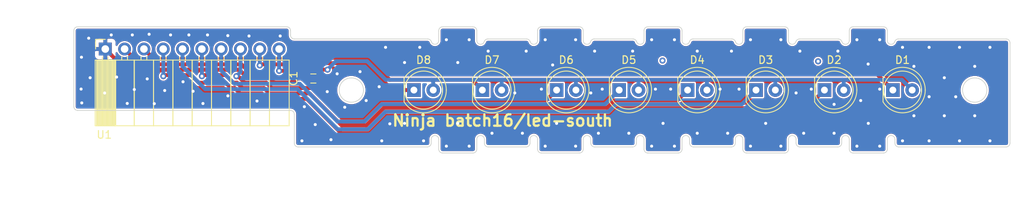
<source format=kicad_pcb>
(kicad_pcb (version 20171130) (host pcbnew "(5.1.6-0-10_14)")
  (layers (0 F.Cu signal) (31 B.Cu signal) (34 B.Paste user) (35 F.Paste user) (36 B.SilkS user) (37 F.SilkS user) (38 B.Mask user) (39 F.Mask user) (44 Edge.Cuts user))
  (net 0 "")
  (net 1 GND)
  (net 2 VCC)
  (net 3 OUT1)
  (net 4 OUT2)
  (net 5 OUT3)
  (net 6 OUT4)
  (net 7 OUT5)
  (net 8 OUT6)
  (net 9 OUT7)
  (net 10 OUT8)
  (module Capacitors_SMD:C_0603_HandSoldering (layer F.Cu) (at 88.5 111.6 180)
    (fp_text reference C1 (at 2.608 0 270) (layer F.SilkS))
    (fp_text value C)
    (fp_line (start -0.35 -0.6) (end 0.35 -0.6) (layer F.SilkS) (width 0.12))
    (fp_line (start 0.35 0.6) (end -0.35 0.6) (layer F.SilkS) (width 0.12))
    (pad 2 smd rect (at 0.95 0 180) (size 1.2 0.75) (layers F.Cu F.Paste F.Mask) (net 1 GND))
    (pad 1 smd rect (at -0.95 0 180) (size 1.2 0.75) (layers F.Cu F.Paste F.Mask) (net 2 VCC))
  )
  (module LEDs:LED_D5.0mm (layer F.Cu) (at 164.73 113.122)
    (fp_text reference D1 (at 1.27 -3.96) (layer F.SilkS))
    (fp_text value LED)
    (fp_circle (center 1.27 0) (end 3.77 0) (layer F.SilkS) (width 0.12))
    (fp_line (start -1.29 -1.545) (end -1.29 1.545) (layer F.SilkS) (width 0.12))
    (fp_arc (start 1.27 0) (end -1.29 -1.54483) (angle 148.9) (layer F.SilkS) (width 0.12))
    (fp_arc (start 1.27 0) (end -1.29 1.54483) (angle -148.9) (layer F.SilkS) (width 0.12))
    (pad 1 thru_hole rect (at 0 0) (size 1.8 1.8) (drill 0.9) (layers *.Cu *.Mask) (net 3 OUT1))
    (pad 2 thru_hole circle (at 2.54 0) (size 1.8 1.8) (drill 0.9) (layers *.Cu *.Mask) (net 2 VCC))
  )
  (module LEDs:LED_D5.0mm (layer F.Cu) (at 155.73 113.122)
    (fp_text reference D2 (at 1.27 -3.96) (layer F.SilkS))
    (fp_text value LED)
    (fp_line (start -1.29 -1.545) (end -1.29 1.545) (layer F.SilkS) (width 0.12))
    (fp_circle (center 1.27 0) (end 3.77 0) (layer F.SilkS) (width 0.12))
    (fp_arc (start 1.27 0) (end -1.29 1.54483) (angle -148.9) (layer F.SilkS) (width 0.12))
    (fp_arc (start 1.27 0) (end -1.29 -1.54483) (angle 148.9) (layer F.SilkS) (width 0.12))
    (pad 2 thru_hole circle (at 2.54 0) (size 1.8 1.8) (drill 0.9) (layers *.Cu *.Mask) (net 2 VCC))
    (pad 1 thru_hole rect (at 0 0) (size 1.8 1.8) (drill 0.9) (layers *.Cu *.Mask) (net 4 OUT2))
  )
  (module LEDs:LED_D5.0mm (layer F.Cu) (at 146.73 113.122)
    (fp_text reference D3 (at 1.27 -3.96) (layer F.SilkS))
    (fp_text value LED)
    (fp_circle (center 1.27 0) (end 3.77 0) (layer F.SilkS) (width 0.12))
    (fp_line (start -1.29 -1.545) (end -1.29 1.545) (layer F.SilkS) (width 0.12))
    (fp_arc (start 1.27 0) (end -1.29 -1.54483) (angle 148.9) (layer F.SilkS) (width 0.12))
    (fp_arc (start 1.27 0) (end -1.29 1.54483) (angle -148.9) (layer F.SilkS) (width 0.12))
    (pad 1 thru_hole rect (at 0 0) (size 1.8 1.8) (drill 0.9) (layers *.Cu *.Mask) (net 5 OUT3))
    (pad 2 thru_hole circle (at 2.54 0) (size 1.8 1.8) (drill 0.9) (layers *.Cu *.Mask) (net 2 VCC))
  )
  (module LEDs:LED_D5.0mm (layer F.Cu) (at 137.73 113.122)
    (fp_text reference D4 (at 1.27 -3.96) (layer F.SilkS))
    (fp_text value LED)
    (fp_line (start -1.29 -1.545) (end -1.29 1.545) (layer F.SilkS) (width 0.12))
    (fp_circle (center 1.27 0) (end 3.77 0) (layer F.SilkS) (width 0.12))
    (fp_arc (start 1.27 0) (end -1.29 1.54483) (angle -148.9) (layer F.SilkS) (width 0.12))
    (fp_arc (start 1.27 0) (end -1.29 -1.54483) (angle 148.9) (layer F.SilkS) (width 0.12))
    (pad 2 thru_hole circle (at 2.54 0) (size 1.8 1.8) (drill 0.9) (layers *.Cu *.Mask) (net 2 VCC))
    (pad 1 thru_hole rect (at 0 0) (size 1.8 1.8) (drill 0.9) (layers *.Cu *.Mask) (net 6 OUT4))
  )
  (module LEDs:LED_D5.0mm (layer F.Cu) (at 128.73 113.122)
    (fp_text reference D5 (at 1.27 -3.96) (layer F.SilkS))
    (fp_text value LED)
    (fp_circle (center 1.27 0) (end 3.77 0) (layer F.SilkS) (width 0.12))
    (fp_line (start -1.29 -1.545) (end -1.29 1.545) (layer F.SilkS) (width 0.12))
    (fp_arc (start 1.27 0) (end -1.29 -1.54483) (angle 148.9) (layer F.SilkS) (width 0.12))
    (fp_arc (start 1.27 0) (end -1.29 1.54483) (angle -148.9) (layer F.SilkS) (width 0.12))
    (pad 1 thru_hole rect (at 0 0) (size 1.8 1.8) (drill 0.9) (layers *.Cu *.Mask) (net 7 OUT5))
    (pad 2 thru_hole circle (at 2.54 0) (size 1.8 1.8) (drill 0.9) (layers *.Cu *.Mask) (net 2 VCC))
  )
  (module LEDs:LED_D5.0mm (layer F.Cu) (at 120.5 113.122)
    (fp_text reference D6 (at 1.27 -3.96) (layer F.SilkS))
    (fp_text value LED)
    (fp_line (start -1.29 -1.545) (end -1.29 1.545) (layer F.SilkS) (width 0.12))
    (fp_circle (center 1.27 0) (end 3.77 0) (layer F.SilkS) (width 0.12))
    (fp_arc (start 1.27 0) (end -1.29 1.54483) (angle -148.9) (layer F.SilkS) (width 0.12))
    (fp_arc (start 1.27 0) (end -1.29 -1.54483) (angle 148.9) (layer F.SilkS) (width 0.12))
    (pad 2 thru_hole circle (at 2.54 0) (size 1.8 1.8) (drill 0.9) (layers *.Cu *.Mask) (net 2 VCC))
    (pad 1 thru_hole rect (at 0 0) (size 1.8 1.8) (drill 0.9) (layers *.Cu *.Mask) (net 8 OUT6))
  )
  (module LEDs:LED_D5.0mm (layer F.Cu) (at 110.73 113.122)
    (fp_text reference D7 (at 1.27 -3.96) (layer F.SilkS))
    (fp_text value LED)
    (fp_circle (center 1.27 0) (end 3.77 0) (layer F.SilkS) (width 0.12))
    (fp_line (start -1.29 -1.545) (end -1.29 1.545) (layer F.SilkS) (width 0.12))
    (fp_arc (start 1.27 0) (end -1.29 -1.54483) (angle 148.9) (layer F.SilkS) (width 0.12))
    (fp_arc (start 1.27 0) (end -1.29 1.54483) (angle -148.9) (layer F.SilkS) (width 0.12))
    (pad 1 thru_hole rect (at 0 0) (size 1.8 1.8) (drill 0.9) (layers *.Cu *.Mask) (net 9 OUT7))
    (pad 2 thru_hole circle (at 2.54 0) (size 1.8 1.8) (drill 0.9) (layers *.Cu *.Mask) (net 2 VCC))
  )
  (module LEDs:LED_D5.0mm (layer F.Cu) (at 101.73 113.122)
    (fp_text reference D8 (at 1.27 -3.96) (layer F.SilkS))
    (fp_text value LED)
    (fp_line (start -1.29 -1.545) (end -1.29 1.545) (layer F.SilkS) (width 0.12))
    (fp_circle (center 1.27 0) (end 3.77 0) (layer F.SilkS) (width 0.12))
    (fp_arc (start 1.27 0) (end -1.29 1.54483) (angle -148.9) (layer F.SilkS) (width 0.12))
    (fp_arc (start 1.27 0) (end -1.29 -1.54483) (angle 148.9) (layer F.SilkS) (width 0.12))
    (pad 2 thru_hole circle (at 2.54 0) (size 1.8 1.8) (drill 0.9) (layers *.Cu *.Mask) (net 2 VCC))
    (pad 1 thru_hole rect (at 0 0) (size 1.8 1.8) (drill 0.9) (layers *.Cu *.Mask) (net 10 OUT8))
  )
  (module Socket_Strips:Socket_Strip_Angled_1x10_Pitch2.54mm (layer F.Cu) (at 61.134254 107.722 90)
    (fp_text reference U1 (at -11.278 -0.134254 180) (layer F.SilkS))
    (fp_text value Conn_02x05)
    (fp_line (start 1.27 -1.27) (end 1.27 0) (layer F.SilkS) (width 0.12))
    (fp_line (start 0 -1.27) (end 1.27 -1.27) (layer F.SilkS) (width 0.12))
    (fp_line (start -1.03 23.24) (end -1.46 23.24) (layer F.SilkS) (width 0.12))
    (fp_line (start -1.03 22.48) (end -1.46 22.48) (layer F.SilkS) (width 0.12))
    (fp_line (start -10.09 21.59) (end -1.46 21.59) (layer F.SilkS) (width 0.12))
    (fp_line (start -10.09 24.19) (end -10.09 21.59) (layer F.SilkS) (width 0.12))
    (fp_line (start -1.46 24.19) (end -10.09 24.19) (layer F.SilkS) (width 0.12))
    (fp_line (start -1.46 21.59) (end -1.46 24.19) (layer F.SilkS) (width 0.12))
    (fp_line (start -1.03 20.7) (end -1.46 20.7) (layer F.SilkS) (width 0.12))
    (fp_line (start -1.03 19.94) (end -1.46 19.94) (layer F.SilkS) (width 0.12))
    (fp_line (start -10.09 19.05) (end -1.46 19.05) (layer F.SilkS) (width 0.12))
    (fp_line (start -10.09 21.59) (end -10.09 19.05) (layer F.SilkS) (width 0.12))
    (fp_line (start -1.46 21.59) (end -10.09 21.59) (layer F.SilkS) (width 0.12))
    (fp_line (start -1.46 19.05) (end -1.46 21.59) (layer F.SilkS) (width 0.12))
    (fp_line (start -1.03 18.16) (end -1.46 18.16) (layer F.SilkS) (width 0.12))
    (fp_line (start -1.03 17.4) (end -1.46 17.4) (layer F.SilkS) (width 0.12))
    (fp_line (start -10.09 16.51) (end -1.46 16.51) (layer F.SilkS) (width 0.12))
    (fp_line (start -10.09 19.05) (end -10.09 16.51) (layer F.SilkS) (width 0.12))
    (fp_line (start -1.46 19.05) (end -10.09 19.05) (layer F.SilkS) (width 0.12))
    (fp_line (start -1.46 16.51) (end -1.46 19.05) (layer F.SilkS) (width 0.12))
    (fp_line (start -1.03 15.62) (end -1.46 15.62) (layer F.SilkS) (width 0.12))
    (fp_line (start -1.03 14.86) (end -1.46 14.86) (layer F.SilkS) (width 0.12))
    (fp_line (start -10.09 13.97) (end -1.46 13.97) (layer F.SilkS) (width 0.12))
    (fp_line (start -10.09 16.51) (end -10.09 13.97) (layer F.SilkS) (width 0.12))
    (fp_line (start -1.46 16.51) (end -10.09 16.51) (layer F.SilkS) (width 0.12))
    (fp_line (start -1.46 13.97) (end -1.46 16.51) (layer F.SilkS) (width 0.12))
    (fp_line (start -1.03 13.08) (end -1.46 13.08) (layer F.SilkS) (width 0.12))
    (fp_line (start -1.03 12.32) (end -1.46 12.32) (layer F.SilkS) (width 0.12))
    (fp_line (start -10.09 11.43) (end -1.46 11.43) (layer F.SilkS) (width 0.12))
    (fp_line (start -10.09 13.97) (end -10.09 11.43) (layer F.SilkS) (width 0.12))
    (fp_line (start -1.46 13.97) (end -10.09 13.97) (layer F.SilkS) (width 0.12))
    (fp_line (start -1.46 11.43) (end -1.46 13.97) (layer F.SilkS) (width 0.12))
    (fp_line (start -1.03 10.54) (end -1.46 10.54) (layer F.SilkS) (width 0.12))
    (fp_line (start -1.03 9.78) (end -1.46 9.78) (layer F.SilkS) (width 0.12))
    (fp_line (start -10.09 8.89) (end -1.46 8.89) (layer F.SilkS) (width 0.12))
    (fp_line (start -10.09 11.43) (end -10.09 8.89) (layer F.SilkS) (width 0.12))
    (fp_line (start -1.46 11.43) (end -10.09 11.43) (layer F.SilkS) (width 0.12))
    (fp_line (start -1.46 8.89) (end -1.46 11.43) (layer F.SilkS) (width 0.12))
    (fp_line (start -1.03 8) (end -1.46 8) (layer F.SilkS) (width 0.12))
    (fp_line (start -1.03 7.24) (end -1.46 7.24) (layer F.SilkS) (width 0.12))
    (fp_line (start -10.09 6.35) (end -1.46 6.35) (layer F.SilkS) (width 0.12))
    (fp_line (start -10.09 8.89) (end -10.09 6.35) (layer F.SilkS) (width 0.12))
    (fp_line (start -1.46 8.89) (end -10.09 8.89) (layer F.SilkS) (width 0.12))
    (fp_line (start -1.46 6.35) (end -1.46 8.89) (layer F.SilkS) (width 0.12))
    (fp_line (start -1.03 5.46) (end -1.46 5.46) (layer F.SilkS) (width 0.12))
    (fp_line (start -1.03 4.7) (end -1.46 4.7) (layer F.SilkS) (width 0.12))
    (fp_line (start -10.09 3.81) (end -1.46 3.81) (layer F.SilkS) (width 0.12))
    (fp_line (start -10.09 6.35) (end -10.09 3.81) (layer F.SilkS) (width 0.12))
    (fp_line (start -1.46 6.35) (end -10.09 6.35) (layer F.SilkS) (width 0.12))
    (fp_line (start -1.46 3.81) (end -1.46 6.35) (layer F.SilkS) (width 0.12))
    (fp_line (start -1.03 2.92) (end -1.46 2.92) (layer F.SilkS) (width 0.12))
    (fp_line (start -1.03 2.16) (end -1.46 2.16) (layer F.SilkS) (width 0.12))
    (fp_line (start -10.09 1.27) (end -1.46 1.27) (layer F.SilkS) (width 0.12))
    (fp_line (start -10.09 3.81) (end -10.09 1.27) (layer F.SilkS) (width 0.12))
    (fp_line (start -1.46 3.81) (end -10.09 3.81) (layer F.SilkS) (width 0.12))
    (fp_line (start -1.46 1.27) (end -1.46 3.81) (layer F.SilkS) (width 0.12))
    (fp_line (start -1.46 1.37) (end -10.09 1.37) (layer F.SilkS) (width 0.12))
    (fp_line (start -1.46 1.25) (end -10.09 1.25) (layer F.SilkS) (width 0.12))
    (fp_line (start -1.46 1.13) (end -10.09 1.13) (layer F.SilkS) (width 0.12))
    (fp_line (start -1.46 1.01) (end -10.09 1.01) (layer F.SilkS) (width 0.12))
    (fp_line (start -1.46 0.89) (end -10.09 0.89) (layer F.SilkS) (width 0.12))
    (fp_line (start -1.46 0.77) (end -10.09 0.77) (layer F.SilkS) (width 0.12))
    (fp_line (start -1.46 0.65) (end -10.09 0.65) (layer F.SilkS) (width 0.12))
    (fp_line (start -1.46 0.53) (end -10.09 0.53) (layer F.SilkS) (width 0.12))
    (fp_line (start -1.46 0.41) (end -10.09 0.41) (layer F.SilkS) (width 0.12))
    (fp_line (start -1.46 0.29) (end -10.09 0.29) (layer F.SilkS) (width 0.12))
    (fp_line (start -1.46 0.17) (end -10.09 0.17) (layer F.SilkS) (width 0.12))
    (fp_line (start -1.46 0.05) (end -10.09 0.05) (layer F.SilkS) (width 0.12))
    (fp_line (start -1.46 -0.07) (end -10.09 -0.07) (layer F.SilkS) (width 0.12))
    (fp_line (start -1.46 -0.19) (end -10.09 -0.19) (layer F.SilkS) (width 0.12))
    (fp_line (start -1.46 -0.31) (end -10.09 -0.31) (layer F.SilkS) (width 0.12))
    (fp_line (start -1.46 -0.43) (end -10.09 -0.43) (layer F.SilkS) (width 0.12))
    (fp_line (start -1.46 -0.55) (end -10.09 -0.55) (layer F.SilkS) (width 0.12))
    (fp_line (start -1.46 -0.67) (end -10.09 -0.67) (layer F.SilkS) (width 0.12))
    (fp_line (start -1.46 -0.79) (end -10.09 -0.79) (layer F.SilkS) (width 0.12))
    (fp_line (start -1.46 -0.91) (end -10.09 -0.91) (layer F.SilkS) (width 0.12))
    (fp_line (start -1.46 -1.03) (end -10.09 -1.03) (layer F.SilkS) (width 0.12))
    (fp_line (start -1.46 -1.15) (end -10.09 -1.15) (layer F.SilkS) (width 0.12))
    (fp_line (start -1.03 0.38) (end -1.46 0.38) (layer F.SilkS) (width 0.12))
    (fp_line (start -1.03 -0.38) (end -1.46 -0.38) (layer F.SilkS) (width 0.12))
    (fp_line (start -10.09 -1.33) (end -1.46 -1.33) (layer F.SilkS) (width 0.12))
    (fp_line (start -10.09 1.27) (end -10.09 -1.33) (layer F.SilkS) (width 0.12))
    (fp_line (start -1.46 1.27) (end -10.09 1.27) (layer F.SilkS) (width 0.12))
    (fp_line (start -1.46 -1.33) (end -1.46 1.27) (layer F.SilkS) (width 0.12))
    (pad 1 thru_hole rect (at 0 0 90) (size 1.7 1.7) (drill 1) (layers *.Cu *.Mask) (net 1 GND))
    (pad 2 thru_hole oval (at 0 2.54 90) (size 1.7 1.7) (drill 1) (layers *.Cu *.Mask) (net 2 VCC))
    (pad 3 thru_hole oval (at 0 5.08 90) (size 1.7 1.7) (drill 1) (layers *.Cu *.Mask) (net 3 OUT1))
    (pad 4 thru_hole oval (at 0 7.62 90) (size 1.7 1.7) (drill 1) (layers *.Cu *.Mask) (net 4 OUT2))
    (pad 5 thru_hole oval (at 0 10.16 90) (size 1.7 1.7) (drill 1) (layers *.Cu *.Mask) (net 5 OUT3))
    (pad 6 thru_hole oval (at 0 12.7 90) (size 1.7 1.7) (drill 1) (layers *.Cu *.Mask) (net 6 OUT4))
    (pad 7 thru_hole oval (at 0 15.24 90) (size 1.7 1.7) (drill 1) (layers *.Cu *.Mask) (net 7 OUT5))
    (pad 8 thru_hole oval (at 0 17.78 90) (size 1.7 1.7) (drill 1) (layers *.Cu *.Mask) (net 8 OUT6))
    (pad 9 thru_hole oval (at 0 20.32 90) (size 1.7 1.7) (drill 1) (layers *.Cu *.Mask) (net 9 OUT7))
    (pad 10 thru_hole oval (at 0 22.86 90) (size 1.7 1.7) (drill 1) (layers *.Cu *.Mask) (net 10 OUT8))
  )
  (gr_arc (start 85.5 116.30036) (end 86 116.30036) (angle -90) (layer Edge.Cuts) (width 0.1))
  (gr_line (start 86 116.30036) (end 86 120.10036) (layer Edge.Cuts) (width 0.1))
  (gr_line (start 85.5 115.80036) (end 57.5 115.80036) (layer Edge.Cuts) (width 0.1))
  (gr_arc (start 86.5 120.10036) (end 86 120.10036) (angle -90) (layer Edge.Cuts) (width 0.1))
  (gr_line (start 85.5 105.3) (end 85.5 105.89964) (layer Edge.Cuts) (width 0.1))
  (gr_line (start 85 104.8) (end 57.5 104.8) (layer Edge.Cuts) (width 0.1))
  (gr_arc (start 85 105.3) (end 85.5 105.3) (angle -90) (layer Edge.Cuts) (width 0.1))
  (gr_arc (start 86 105.89964) (end 85.5 105.89964) (angle -90) (layer Edge.Cuts) (width 0.1))
  (gr_text "Ninja batch16/led-south" (at 113.39 117.13) (layer F.SilkS) (effects (font (size 1.5 1.5) (thickness 0.3))))
  (gr_arc (start 57.5 115.30036) (end 57.5 115.80036) (angle 90) (layer Edge.Cuts) (width 0.1))
  (gr_circle (center 93.5 113.122) (end 95.1 113.122) (layer Edge.Cuts) (width 0.1))
  (gr_circle (center 175.5 113.122) (end 177.1 113.122) (layer Edge.Cuts) (width 0.1))
  (gr_line (start 57 115.30036) (end 57 105.3) (layer Edge.Cuts) (width 0.1))
  (gr_line (start 103.5 120.60036) (end 86.5 120.60036) (layer Edge.Cuts) (width 0.1))
  (gr_arc (start 103.5 120.10036) (end 103.5 120.60036) (angle -90) (layer Edge.Cuts) (width 0.1))
  (gr_line (start 104 119.60036) (end 104 120.10036) (layer Edge.Cuts) (width 0.1))
  (gr_arc (start 104.5 119.60036) (end 105 119.60036) (angle -180) (layer Edge.Cuts) (width 0.1))
  (gr_line (start 105 120.9) (end 105 119.60036) (layer Edge.Cuts) (width 0.1))
  (gr_arc (start 105.5 120.9) (end 105 120.9) (angle -90) (layer Edge.Cuts) (width 0.1))
  (gr_line (start 109.5 121.4) (end 105.5 121.4) (layer Edge.Cuts) (width 0.1))
  (gr_arc (start 109.5 120.9) (end 109.5 121.4) (angle -90) (layer Edge.Cuts) (width 0.1))
  (gr_line (start 110 119.60036) (end 110 120.9) (layer Edge.Cuts) (width 0.1))
  (gr_arc (start 110.5 119.60036) (end 111 119.60036) (angle -180) (layer Edge.Cuts) (width 0.1))
  (gr_line (start 111 120.10036) (end 111 119.60036) (layer Edge.Cuts) (width 0.1))
  (gr_arc (start 111.5 120.10036) (end 111 120.10036) (angle -90) (layer Edge.Cuts) (width 0.1))
  (gr_line (start 116.5 120.60036) (end 111.5 120.60036) (layer Edge.Cuts) (width 0.1))
  (gr_arc (start 116.5 120.10036) (end 116.5 120.60036) (angle -90) (layer Edge.Cuts) (width 0.1))
  (gr_line (start 117 119.60036) (end 117 120.10036) (layer Edge.Cuts) (width 0.1))
  (gr_arc (start 117.5 119.60036) (end 118 119.60036) (angle -180) (layer Edge.Cuts) (width 0.1))
  (gr_line (start 118 120.900359) (end 118 119.60036) (layer Edge.Cuts) (width 0.1))
  (gr_arc (start 118.5 120.900359) (end 118 120.900359) (angle -90) (layer Edge.Cuts) (width 0.1))
  (gr_line (start 123.5 121.400359) (end 118.5 121.400359) (layer Edge.Cuts) (width 0.1))
  (gr_arc (start 123.5 120.900359) (end 123.5 121.400359) (angle -90) (layer Edge.Cuts) (width 0.1))
  (gr_line (start 124 119.60036) (end 124 120.900359) (layer Edge.Cuts) (width 0.1))
  (gr_arc (start 124.5 119.60036) (end 125 119.60036) (angle -180) (layer Edge.Cuts) (width 0.1))
  (gr_line (start 125 120.10036) (end 125 119.60036) (layer Edge.Cuts) (width 0.1))
  (gr_arc (start 125.5 120.10036) (end 125 120.10036) (angle -90) (layer Edge.Cuts) (width 0.1))
  (gr_line (start 130.5 120.60036) (end 125.5 120.60036) (layer Edge.Cuts) (width 0.1))
  (gr_arc (start 130.5 120.10036) (end 130.5 120.60036) (angle -90) (layer Edge.Cuts) (width 0.1))
  (gr_line (start 131 119.60036) (end 131 120.10036) (layer Edge.Cuts) (width 0.1))
  (gr_arc (start 131.5 119.60036) (end 132 119.60036) (angle -180) (layer Edge.Cuts) (width 0.1))
  (gr_line (start 132 120.9) (end 132 119.60036) (layer Edge.Cuts) (width 0.1))
  (gr_arc (start 132.5 120.9) (end 132 120.9) (angle -90) (layer Edge.Cuts) (width 0.1))
  (gr_line (start 136.5 121.4) (end 132.5 121.4) (layer Edge.Cuts) (width 0.1))
  (gr_arc (start 136.5 120.9) (end 136.5 121.4) (angle -90) (layer Edge.Cuts) (width 0.1))
  (gr_line (start 137 119.60036) (end 137 120.9) (layer Edge.Cuts) (width 0.1))
  (gr_arc (start 137.5 119.60036) (end 138 119.60036) (angle -180) (layer Edge.Cuts) (width 0.1))
  (gr_line (start 138 120.10036) (end 138 119.60036) (layer Edge.Cuts) (width 0.1))
  (gr_arc (start 138.5 120.10036) (end 138 120.10036) (angle -90) (layer Edge.Cuts) (width 0.1))
  (gr_line (start 143.5 120.60036) (end 138.5 120.60036) (layer Edge.Cuts) (width 0.1))
  (gr_arc (start 143.5 120.10036) (end 143.5 120.60036) (angle -89.99999625) (layer Edge.Cuts) (width 0.1))
  (gr_line (start 144 119.60036) (end 144 120.10036) (layer Edge.Cuts) (width 0.1))
  (gr_arc (start 144.5 119.600361) (end 145 119.60036) (angle -179.9999911) (layer Edge.Cuts) (width 0.1))
  (gr_line (start 145 120.900364) (end 145 119.60036) (layer Edge.Cuts) (width 0.1))
  (gr_arc (start 145.5 120.900364) (end 145 120.900364) (angle -90) (layer Edge.Cuts) (width 0.1))
  (gr_line (start 150.5 121.400364) (end 145.5 121.400364) (layer Edge.Cuts) (width 0.1))
  (gr_arc (start 150.5 120.900364) (end 150.5 121.400364) (angle -90) (layer Edge.Cuts) (width 0.1))
  (gr_line (start 151 119.60036) (end 151 120.900364) (layer Edge.Cuts) (width 0.1))
  (gr_arc (start 151.5 119.60036) (end 152 119.60036) (angle -180) (layer Edge.Cuts) (width 0.1))
  (gr_line (start 152 120.10036) (end 152 119.60036) (layer Edge.Cuts) (width 0.1))
  (gr_arc (start 152.5 120.10036) (end 152 120.10036) (angle -90) (layer Edge.Cuts) (width 0.1))
  (gr_line (start 157.5 120.60036) (end 152.5 120.60036) (layer Edge.Cuts) (width 0.1))
  (gr_arc (start 157.5 120.10036) (end 157.5 120.60036) (angle -90) (layer Edge.Cuts) (width 0.1))
  (gr_line (start 158 119.60036) (end 158 120.10036) (layer Edge.Cuts) (width 0.1))
  (gr_arc (start 158.5 119.60036) (end 159 119.60036) (angle -180) (layer Edge.Cuts) (width 0.1))
  (gr_line (start 159 120.9) (end 159 119.60036) (layer Edge.Cuts) (width 0.1))
  (gr_arc (start 159.5 120.9) (end 159 120.9) (angle -90) (layer Edge.Cuts) (width 0.1))
  (gr_line (start 163.5 121.4) (end 159.5 121.4) (layer Edge.Cuts) (width 0.1))
  (gr_arc (start 163.5 120.9) (end 163.5 121.4) (angle -90) (layer Edge.Cuts) (width 0.1))
  (gr_line (start 164 119.60036) (end 164 120.9) (layer Edge.Cuts) (width 0.1))
  (gr_arc (start 164.5 119.60036) (end 165 119.60036) (angle -180) (layer Edge.Cuts) (width 0.1))
  (gr_line (start 165 120.10036) (end 165 119.60036) (layer Edge.Cuts) (width 0.1))
  (gr_arc (start 165.5 120.10036) (end 165 120.10036) (angle -90) (layer Edge.Cuts) (width 0.1))
  (gr_line (start 179.635 120.60036) (end 165.5 120.60036) (layer Edge.Cuts) (width 0.1))
  (gr_arc (start 179.635 120.10036) (end 179.635 120.60036) (angle -90) (layer Edge.Cuts) (width 0.1))
  (gr_line (start 180.135 106.89964) (end 180.135 120.10036) (layer Edge.Cuts) (width 0.1))
  (gr_arc (start 179.635 106.89964) (end 180.135 106.89964) (angle -90) (layer Edge.Cuts) (width 0.1))
  (gr_line (start 165.454253 106.39964) (end 179.635 106.39964) (layer Edge.Cuts) (width 0.1))
  (gr_arc (start 165.454253 106.89964) (end 165.454253 106.39964) (angle -72.60244929) (layer Edge.Cuts) (width 0.1))
  (gr_arc (start 164.5 106.60064) (end 164 106.60064) (angle -162.6024493) (layer Edge.Cuts) (width 0.1))
  (gr_line (start 164 105.3) (end 164 106.60064) (layer Edge.Cuts) (width 0.1))
  (gr_arc (start 163.5 105.3) (end 164 105.3) (angle -90) (layer Edge.Cuts) (width 0.1))
  (gr_line (start 159.5 104.8) (end 163.5 104.8) (layer Edge.Cuts) (width 0.1))
  (gr_arc (start 159.5 105.3) (end 159.5 104.8) (angle -90) (layer Edge.Cuts) (width 0.1))
  (gr_line (start 159 106.60064) (end 159 105.3) (layer Edge.Cuts) (width 0.1))
  (gr_arc (start 158.5 106.60064) (end 158.022873 106.75014) (angle -162.6024493) (layer Edge.Cuts) (width 0.1))
  (gr_arc (start 157.545746 106.89964) (end 158.022873 106.75014) (angle -72.60244929) (layer Edge.Cuts) (width 0.1))
  (gr_line (start 152.454253 106.39964) (end 157.545746 106.39964) (layer Edge.Cuts) (width 0.1))
  (gr_arc (start 152.454253 106.89964) (end 152.454253 106.39964) (angle -72.60244929) (layer Edge.Cuts) (width 0.1))
  (gr_arc (start 151.5 106.60064) (end 151 106.60064) (angle -162.6024404) (layer Edge.Cuts) (width 0.1))
  (gr_line (start 151 105.3) (end 151 106.60064) (layer Edge.Cuts) (width 0.1))
  (gr_arc (start 150.5 105.3) (end 151 105.3) (angle -90) (layer Edge.Cuts) (width 0.1))
  (gr_line (start 145.5 104.8) (end 150.5 104.8) (layer Edge.Cuts) (width 0.1))
  (gr_arc (start 145.5 105.3) (end 145.5 104.8) (angle -90) (layer Edge.Cuts) (width 0.1))
  (gr_line (start 145 106.60064) (end 145 105.3) (layer Edge.Cuts) (width 0.1))
  (gr_arc (start 144.5 106.60064) (end 144.022873 106.75014) (angle -162.6024493) (layer Edge.Cuts) (width 0.1))
  (gr_arc (start 143.545746 106.89964) (end 144.022873 106.75014) (angle -72.60244929) (layer Edge.Cuts) (width 0.1))
  (gr_line (start 138.454253 106.39964) (end 143.545746 106.39964) (layer Edge.Cuts) (width 0.1))
  (gr_arc (start 138.454253 106.89964) (end 138.454253 106.39964) (angle -72.60244929) (layer Edge.Cuts) (width 0.1))
  (gr_arc (start 137.5 106.60064) (end 137 106.60064) (angle -162.6024493) (layer Edge.Cuts) (width 0.1))
  (gr_line (start 137 105.3) (end 137 106.60064) (layer Edge.Cuts) (width 0.1))
  (gr_arc (start 136.5 105.3) (end 137 105.3) (angle -90) (layer Edge.Cuts) (width 0.1))
  (gr_line (start 132.5 104.8) (end 136.5 104.8) (layer Edge.Cuts) (width 0.1))
  (gr_arc (start 132.5 105.3) (end 132.5 104.8) (angle -90) (layer Edge.Cuts) (width 0.1))
  (gr_line (start 132 106.60064) (end 132 105.3) (layer Edge.Cuts) (width 0.1))
  (gr_arc (start 131.5 106.60064) (end 131.022873 106.75014) (angle -162.6024493) (layer Edge.Cuts) (width 0.1))
  (gr_arc (start 130.545746 106.89964) (end 131.022873 106.75014) (angle -72.60244929) (layer Edge.Cuts) (width 0.1))
  (gr_line (start 125.454253 106.39964) (end 130.545746 106.39964) (layer Edge.Cuts) (width 0.1))
  (gr_arc (start 125.454253 106.89964) (end 125.454253 106.39964) (angle -72.60244929) (layer Edge.Cuts) (width 0.1))
  (gr_arc (start 124.5 106.60064) (end 124 106.60064) (angle -162.6024581) (layer Edge.Cuts) (width 0.1))
  (gr_line (start 124 105.3) (end 124 106.60064) (layer Edge.Cuts) (width 0.1))
  (gr_arc (start 123.5 105.3) (end 124 105.3) (angle -90) (layer Edge.Cuts) (width 0.1))
  (gr_line (start 118.5 104.8) (end 123.5 104.8) (layer Edge.Cuts) (width 0.1))
  (gr_arc (start 118.5 105.3) (end 118.5 104.8) (angle -90) (layer Edge.Cuts) (width 0.1))
  (gr_line (start 118 106.60064) (end 118 105.3) (layer Edge.Cuts) (width 0.1))
  (gr_arc (start 117.5 106.60064) (end 117.022873 106.75014) (angle -162.6024581) (layer Edge.Cuts) (width 0.1))
  (gr_arc (start 116.545746 106.89964) (end 117.022873 106.75014) (angle -72.60244929) (layer Edge.Cuts) (width 0.1))
  (gr_line (start 111.454253 106.39964) (end 116.545746 106.39964) (layer Edge.Cuts) (width 0.1))
  (gr_arc (start 111.454253 106.89964) (end 111.454253 106.39964) (angle -72.60244929) (layer Edge.Cuts) (width 0.1))
  (gr_arc (start 110.5 106.60064) (end 110 106.60064) (angle -162.6024493) (layer Edge.Cuts) (width 0.1))
  (gr_line (start 110 105.3) (end 110 106.60064) (layer Edge.Cuts) (width 0.1))
  (gr_arc (start 109.5 105.3) (end 110 105.3) (angle -90) (layer Edge.Cuts) (width 0.1))
  (gr_line (start 105.5 104.8) (end 109.5 104.8) (layer Edge.Cuts) (width 0.1))
  (gr_arc (start 105.5 105.3) (end 105.5 104.8) (angle -90) (layer Edge.Cuts) (width 0.1))
  (gr_line (start 105 106.60064) (end 105 105.3) (layer Edge.Cuts) (width 0.1))
  (gr_arc (start 104.5 106.60064) (end 104.022873 106.75014) (angle -162.6024493) (layer Edge.Cuts) (width 0.1))
  (gr_arc (start 103.545746 106.89964) (end 104.022873 106.75014) (angle -72.60244929) (layer Edge.Cuts) (width 0.1))
  (gr_line (start 86 106.39964) (end 103.545746 106.39964) (layer Edge.Cuts) (width 0.1))
  (gr_arc (start 57.5 105.3) (end 57.5 104.8) (angle -90) (layer Edge.Cuts) (width 0.1))
  (via (at 134.43 109.24) (size 0.8) (drill 0.4) (layers F.Cu B.Cu) (net 0))
  (via (at 154.9 109.34) (size 0.8) (drill 0.4) (layers F.Cu B.Cu) (net 0))
  (via (at 87 119.8) (size 0.8) (drill 0.4) (layers F.Cu B.Cu) (net 1))
  (via (at 97.5 119.8) (size 0.8) (drill 0.4) (layers F.Cu B.Cu) (net 1))
  (via (at 103 119.8) (size 0.8) (drill 0.4) (layers F.Cu B.Cu) (net 1))
  (via (at 100.5 117.5) (size 0.8) (drill 0.4) (layers F.Cu B.Cu) (net 1))
  (via (at 109 120.5) (size 0.8) (drill 0.4) (layers F.Cu B.Cu) (net 1))
  (via (at 106 120.5) (size 0.8) (drill 0.4) (layers F.Cu B.Cu) (net 1))
  (via (at 107.5 117.5) (size 0.8) (drill 0.4) (layers F.Cu B.Cu) (net 1))
  (via (at 112 118.8) (size 0.8) (drill 0.4) (layers F.Cu B.Cu) (net 1))
  (via (at 116 118.8) (size 0.8) (drill 0.4) (layers F.Cu B.Cu) (net 1))
  (via (at 119 120.5) (size 0.8) (drill 0.4) (layers F.Cu B.Cu) (net 1))
  (via (at 123 120.5) (size 0.8) (drill 0.4) (layers F.Cu B.Cu) (net 1))
  (via (at 120.5 117.5) (size 0.8) (drill 0.4) (layers F.Cu B.Cu) (net 1))
  (via (at 126 118.8) (size 0.8) (drill 0.4) (layers F.Cu B.Cu) (net 1))
  (via (at 130 118.8) (size 0.8) (drill 0.4) (layers F.Cu B.Cu) (net 1))
  (via (at 133 120.5) (size 0.8) (drill 0.4) (layers F.Cu B.Cu) (net 1))
  (via (at 136 120.5) (size 0.8) (drill 0.4) (layers F.Cu B.Cu) (net 1))
  (via (at 134.5 117.5) (size 0.8) (drill 0.4) (layers F.Cu B.Cu) (net 1))
  (via (at 139 118.8) (size 0.8) (drill 0.4) (layers F.Cu B.Cu) (net 1))
  (via (at 143 118.8) (size 0.8) (drill 0.4) (layers F.Cu B.Cu) (net 1))
  (via (at 146 120.5) (size 0.8) (drill 0.4) (layers F.Cu B.Cu) (net 1))
  (via (at 150 120.5) (size 0.8) (drill 0.4) (layers F.Cu B.Cu) (net 1))
  (via (at 148 117.5) (size 0.8) (drill 0.4) (layers F.Cu B.Cu) (net 1))
  (via (at 153 118.8) (size 0.8) (drill 0.4) (layers F.Cu B.Cu) (net 1))
  (via (at 157 118.8) (size 0.8) (drill 0.4) (layers F.Cu B.Cu) (net 1))
  (via (at 160 120.5) (size 0.8) (drill 0.4) (layers F.Cu B.Cu) (net 1))
  (via (at 163 120.5) (size 0.8) (drill 0.4) (layers F.Cu B.Cu) (net 1))
  (via (at 161.5 117.5) (size 0.8) (drill 0.4) (layers F.Cu B.Cu) (net 1))
  (via (at 166 119.8) (size 0.8) (drill 0.4) (layers F.Cu B.Cu) (net 1))
  (via (at 177.5 119.8) (size 0.8) (drill 0.4) (layers F.Cu B.Cu) (net 1))
  (via (at 173.5 119.8) (size 0.8) (drill 0.4) (layers F.Cu B.Cu) (net 1))
  (via (at 169.5 119.8) (size 0.8) (drill 0.4) (layers F.Cu B.Cu) (net 1))
  (via (at 167.5 116.5) (size 0.8) (drill 0.4) (layers F.Cu B.Cu) (net 1))
  (via (at 171.5 116.5) (size 0.8) (drill 0.4) (layers F.Cu B.Cu) (net 1))
  (via (at 175.5 116.5) (size 0.8) (drill 0.4) (layers F.Cu B.Cu) (net 1))
  (via (at 169.5 114) (size 0.8) (drill 0.4) (layers F.Cu B.Cu) (net 1))
  (via (at 173 114) (size 0.8) (drill 0.4) (layers F.Cu B.Cu) (net 1))
  (via (at 171.5 111.5) (size 0.8) (drill 0.4) (layers F.Cu B.Cu) (net 1))
  (via (at 177.5 107.5) (size 0.8) (drill 0.4) (layers F.Cu B.Cu) (net 1))
  (via (at 173.5 107.5) (size 0.8) (drill 0.4) (layers F.Cu B.Cu) (net 1))
  (via (at 169.5 107.5) (size 0.8) (drill 0.4) (layers F.Cu B.Cu) (net 1))
  (via (at 166 107.5) (size 0.8) (drill 0.4) (layers F.Cu B.Cu) (net 1))
  (via (at 175.5 110) (size 0.8) (drill 0.4) (layers F.Cu B.Cu) (net 1))
  (via (at 167.5 110) (size 0.8) (drill 0.4) (layers F.Cu B.Cu) (net 1))
  (via (at 163 106.5) (size 0.8) (drill 0.4) (layers F.Cu B.Cu) (net 1))
  (via (at 160 106.5) (size 0.8) (drill 0.4) (layers F.Cu B.Cu) (net 1))
  (via (at 150 106.5) (size 0.8) (drill 0.4) (layers F.Cu B.Cu) (net 1))
  (via (at 146 106.5) (size 0.8) (drill 0.4) (layers F.Cu B.Cu) (net 1))
  (via (at 136 106.5) (size 0.8) (drill 0.4) (layers F.Cu B.Cu) (net 1))
  (via (at 133 106.5) (size 0.8) (drill 0.4) (layers F.Cu B.Cu) (net 1))
  (via (at 123 106.5) (size 0.8) (drill 0.4) (layers F.Cu B.Cu) (net 1))
  (via (at 119 106.5) (size 0.8) (drill 0.4) (layers F.Cu B.Cu) (net 1))
  (via (at 109 106.5) (size 0.8) (drill 0.4) (layers F.Cu B.Cu) (net 1))
  (via (at 106 106.5) (size 0.8) (drill 0.4) (layers F.Cu B.Cu) (net 1))
  (via (at 98 107.5) (size 0.8) (drill 0.4) (layers F.Cu B.Cu) (net 1))
  (via (at 102.5 107.5) (size 0.8) (drill 0.4) (layers F.Cu B.Cu) (net 1))
  (via (at 100.5 109.5) (size 0.8) (drill 0.4) (layers F.Cu B.Cu) (net 1))
  (via (at 107.5 109.5) (size 0.8) (drill 0.4) (layers F.Cu B.Cu) (net 1))
  (via (at 111.5 108) (size 0.8) (drill 0.4) (layers F.Cu B.Cu) (net 1))
  (via (at 116.5 108) (size 0.8) (drill 0.4) (layers F.Cu B.Cu) (net 1))
  (via (at 119.98 109.82) (size 0.8) (drill 0.4) (layers F.Cu B.Cu) (net 1))
  (via (at 125.5 108) (size 0.8) (drill 0.4) (layers F.Cu B.Cu) (net 1))
  (via (at 130.5 108) (size 0.8) (drill 0.4) (layers F.Cu B.Cu) (net 1))
  (via (at 139 108) (size 0.8) (drill 0.4) (layers F.Cu B.Cu) (net 1))
  (via (at 143.5 108) (size 0.8) (drill 0.4) (layers F.Cu B.Cu) (net 1))
  (via (at 152.5 108) (size 0.8) (drill 0.4) (layers F.Cu B.Cu) (net 1))
  (via (at 157.5 108) (size 0.8) (drill 0.4) (layers F.Cu B.Cu) (net 1))
  (via (at 161.48 109.7) (size 0.8) (drill 0.4) (layers F.Cu B.Cu) (net 1))
  (via (at 152 113.5) (size 0.8) (drill 0.4) (layers F.Cu B.Cu) (net 1))
  (via (at 157 115) (size 0.8) (drill 0.4) (layers F.Cu B.Cu) (net 1))
  (via (at 142 113) (size 0.8) (drill 0.4) (layers F.Cu B.Cu) (net 1))
  (via (at 144.5 113) (size 0.8) (drill 0.4) (layers F.Cu B.Cu) (net 1))
  (via (at 163 113) (size 0.8) (drill 0.4) (layers F.Cu B.Cu) (net 1))
  (via (at 160.5 114.5) (size 0.8) (drill 0.4) (layers F.Cu B.Cu) (net 1))
  (via (at 154 113) (size 0.8) (drill 0.4) (layers F.Cu B.Cu) (net 1))
  (via (at 135.5 113) (size 0.8) (drill 0.4) (layers F.Cu B.Cu) (net 1))
  (via (at 133.5 113) (size 0.8) (drill 0.4) (layers F.Cu B.Cu) (net 1))
  (via (at 126.5 113) (size 0.8) (drill 0.4) (layers F.Cu B.Cu) (net 1))
  (via (at 125 113.5) (size 0.8) (drill 0.4) (layers F.Cu B.Cu) (net 1))
  (via (at 118.5 113) (size 0.8) (drill 0.4) (layers F.Cu B.Cu) (net 1))
  (via (at 115 113.5) (size 0.8) (drill 0.4) (layers F.Cu B.Cu) (net 1))
  (via (at 95.45 114.5) (size 0.8) (drill 0.4) (layers F.Cu B.Cu) (net 1))
  (via (at 97.16 112.68) (size 0.8) (drill 0.4) (layers F.Cu B.Cu) (net 1))
  (via (at 94.64 110.7) (size 0.8) (drill 0.4) (layers F.Cu B.Cu) (net 1))
  (via (at 57.95 112.99) (size 0.8) (drill 0.4) (layers F.Cu B.Cu) (net 1))
  (via (at 58.04 114.81) (size 0.8) (drill 0.4) (layers F.Cu B.Cu) (net 1))
  (via (at 59.14 111.5) (size 0.8) (drill 0.4) (layers F.Cu B.Cu) (net 1))
  (via (at 58 108.8) (size 0.8) (drill 0.4) (layers F.Cu B.Cu) (net 1))
  (via (at 58.95 106.3) (size 0.8) (drill 0.4) (layers F.Cu B.Cu) (net 1))
  (segment (start 85.50126 112.150022) (end 83.318745 112.150022) (width 0.508) (layer F.Cu) (net 1))
  (segment (start 83.318745 112.150022) (end 82.610736 111.442012) (width 0.508) (layer F.Cu) (net 1))
  (segment (start 86.051281 111.6) (end 85.50126 112.150022) (width 0.508) (layer F.Cu) (net 1))
  (segment (start 87.55 111.6) (end 86.051281 111.6) (width 0.508) (layer F.Cu) (net 1))
  (segment (start 79.750735 111.442012) (end 78.750745 110.442021) (width 0.508) (layer F.Cu) (net 1))
  (segment (start 82.610736 111.442012) (end 79.750735 111.442012) (width 0.508) (layer F.Cu) (net 1))
  (segment (start 66.931721 110.442021) (end 66.223712 109.734011) (width 0.508) (layer F.Cu) (net 1))
  (segment (start 78.750745 110.442021) (end 66.931721 110.442021) (width 0.508) (layer F.Cu) (net 1))
  (segment (start 63.146265 109.734011) (end 61.134254 107.722) (width 0.508) (layer F.Cu) (net 1))
  (segment (start 66.223712 109.734011) (end 63.146265 109.734011) (width 0.508) (layer F.Cu) (net 1))
  (via (at 62.62 111.41) (size 0.8) (drill 0.4) (layers F.Cu B.Cu) (net 1))
  (via (at 66.65 111.65) (size 0.8) (drill 0.4) (layers F.Cu B.Cu) (net 1))
  (via (at 61.05 113.51) (size 0.8) (drill 0.4) (layers F.Cu B.Cu) (net 1))
  (via (at 64.02 114.88) (size 0.8) (drill 0.4) (layers F.Cu B.Cu) (net 1))
  (via (at 64.95 113.05) (size 0.8) (drill 0.4) (layers F.Cu B.Cu) (net 1))
  (via (at 68.95 113.18) (size 0.8) (drill 0.4) (layers F.Cu B.Cu) (net 1))
  (via (at 67.58 114.91) (size 0.8) (drill 0.4) (layers F.Cu B.Cu) (net 1))
  (via (at 72.68 113.28) (size 0.8) (drill 0.4) (layers F.Cu B.Cu) (net 1))
  (via (at 71.36 112.03) (size 0.8) (drill 0.4) (layers F.Cu B.Cu) (net 1))
  (via (at 77.26 113.88) (size 0.8) (drill 0.4) (layers F.Cu B.Cu) (net 1))
  (via (at 81.09 114.56) (size 0.8) (drill 0.4) (layers F.Cu B.Cu) (net 1))
  (via (at 73.98 114.89) (size 0.8) (drill 0.4) (layers F.Cu B.Cu) (net 1))
  (via (at 87.32 115.31) (size 0.8) (drill 0.4) (layers F.Cu B.Cu) (net 1))
  (via (at 88.75 117.66) (size 0.8) (drill 0.4) (layers F.Cu B.Cu) (net 1))
  (via (at 90.82 119.65) (size 0.8) (drill 0.4) (layers F.Cu B.Cu) (net 1))
  (via (at 98.56 117.56) (size 0.8) (drill 0.4) (layers F.Cu B.Cu) (net 1))
  (via (at 84.14 106.01) (size 0.8) (drill 0.4) (layers F.Cu B.Cu) (net 1))
  (via (at 80.04 106.01) (size 0.8) (drill 0.4) (layers F.Cu B.Cu) (net 1))
  (via (at 77.25 105.96) (size 0.8) (drill 0.4) (layers F.Cu B.Cu) (net 1))
  (via (at 74.58 105.87) (size 0.8) (drill 0.4) (layers F.Cu B.Cu) (net 1))
  (via (at 72.13 105.87) (size 0.8) (drill 0.4) (layers F.Cu B.Cu) (net 1))
  (via (at 69.72 105.87) (size 0.8) (drill 0.4) (layers F.Cu B.Cu) (net 1))
  (via (at 66.9 105.78) (size 0.8) (drill 0.4) (layers F.Cu B.Cu) (net 1))
  (via (at 64.69 105.87) (size 0.8) (drill 0.4) (layers F.Cu B.Cu) (net 1))
  (via (at 61.92 105.87) (size 0.8) (drill 0.4) (layers F.Cu B.Cu) (net 1))
  (via (at 92.63 115.38) (size 0.8) (drill 0.4) (layers F.Cu B.Cu) (net 1))
  (via (at 90.33 113.33) (size 0.8) (drill 0.4) (layers F.Cu B.Cu) (net 1))
  (via (at 91.63 110.98) (size 0.8) (drill 0.4) (layers F.Cu B.Cu) (net 1))
  (segment (start 165.915999 111.767999) (end 167.27 113.122) (width 0.508) (layer B.Cu) (net 2))
  (segment (start 158.27 111.952) (end 158.085999 111.767999) (width 0.508) (layer B.Cu) (net 2))
  (segment (start 158.27 113.122) (end 158.27 111.952) (width 0.508) (layer B.Cu) (net 2))
  (segment (start 158.085999 111.767999) (end 165.915999 111.767999) (width 0.508) (layer B.Cu) (net 2))
  (segment (start 149.27 111.773998) (end 149.275999 111.767999) (width 0.508) (layer B.Cu) (net 2))
  (segment (start 149.27 113.122) (end 149.27 111.773998) (width 0.508) (layer B.Cu) (net 2))
  (segment (start 149.275999 111.767999) (end 158.085999 111.767999) (width 0.508) (layer B.Cu) (net 2))
  (segment (start 140.27 111.933998) (end 140.435999 111.767999) (width 0.508) (layer B.Cu) (net 2))
  (segment (start 140.27 113.122) (end 140.27 111.933998) (width 0.508) (layer B.Cu) (net 2))
  (segment (start 140.435999 111.767999) (end 149.275999 111.767999) (width 0.508) (layer B.Cu) (net 2))
  (segment (start 123.04 111.922) (end 123.194001 111.767999) (width 0.508) (layer B.Cu) (net 2))
  (segment (start 123.04 113.122) (end 123.04 111.922) (width 0.508) (layer B.Cu) (net 2))
  (segment (start 113.27 111.873998) (end 113.375999 111.767999) (width 0.508) (layer B.Cu) (net 2))
  (segment (start 113.27 113.122) (end 113.27 111.873998) (width 0.508) (layer B.Cu) (net 2))
  (segment (start 113.375999 111.767999) (end 123.194001 111.767999) (width 0.508) (layer B.Cu) (net 2))
  (segment (start 104.27 111.992) (end 104.045999 111.767999) (width 0.508) (layer B.Cu) (net 2))
  (segment (start 104.27 113.122) (end 104.27 111.992) (width 0.508) (layer B.Cu) (net 2))
  (segment (start 104.045999 111.767999) (end 113.375999 111.767999) (width 0.508) (layer B.Cu) (net 2))
  (segment (start 131.27 111.77) (end 131.267999 111.767999) (width 0.508) (layer B.Cu) (net 2))
  (segment (start 131.267999 111.767999) (end 140.435999 111.767999) (width 0.508) (layer B.Cu) (net 2))
  (segment (start 131.27 113.122) (end 131.27 111.77) (width 0.508) (layer B.Cu) (net 2))
  (segment (start 123.194001 111.767999) (end 131.267999 111.767999) (width 0.508) (layer B.Cu) (net 2))
  (segment (start 98.015999 111.767999) (end 95.58 109.332) (width 0.508) (layer B.Cu) (net 2))
  (segment (start 104.045999 111.767999) (end 98.015999 111.767999) (width 0.508) (layer B.Cu) (net 2))
  (segment (start 95.58 109.332) (end 91.668 109.332) (width 0.508) (layer B.Cu) (net 2))
  (segment (start 91.668 109.332) (end 91.468 109.332) (width 0.508) (layer B.Cu) (net 2))
  (segment (start 91.468 109.332) (end 90.364 110.436) (width 0.508) (layer B.Cu) (net 2))
  (via (at 90.37 110.436) (size 0.8) (drill 0.4) (layers F.Cu B.Cu) (net 2))
  (segment (start 90.364 110.436) (end 90.37 110.436) (width 0.508) (layer B.Cu) (net 2))
  (segment (start 85.207993 111.442012) (end 83.612012 111.442012) (width 0.508) (layer F.Cu) (net 2))
  (segment (start 86.214005 110.436) (end 85.207993 111.442012) (width 0.508) (layer F.Cu) (net 2))
  (segment (start 83.612012 111.442012) (end 82.904002 110.734002) (width 0.508) (layer F.Cu) (net 2))
  (segment (start 80.044002 110.734002) (end 79.044011 109.734011) (width 0.508) (layer F.Cu) (net 2))
  (segment (start 82.904002 110.734002) (end 80.044002 110.734002) (width 0.508) (layer F.Cu) (net 2))
  (segment (start 66.516978 109.026001) (end 64.978255 109.026001) (width 0.508) (layer F.Cu) (net 2))
  (segment (start 64.978255 109.026001) (end 63.674254 107.722) (width 0.508) (layer F.Cu) (net 2))
  (segment (start 67.224988 109.734011) (end 66.516978 109.026001) (width 0.508) (layer F.Cu) (net 2))
  (segment (start 79.044011 109.734011) (end 67.224988 109.734011) (width 0.508) (layer F.Cu) (net 2))
  (segment (start 89.45 110.58) (end 89.594 110.436) (width 0.508) (layer F.Cu) (net 2))
  (segment (start 89.45 111.6) (end 89.45 110.58) (width 0.508) (layer F.Cu) (net 2))
  (segment (start 89.594 110.436) (end 86.214005 110.436) (width 0.508) (layer F.Cu) (net 2))
  (segment (start 90.37 110.436) (end 89.594 110.436) (width 0.508) (layer F.Cu) (net 2))
  (segment (start 98.840543 111.059989) (end 95.946534 108.16598) (width 0.508) (layer F.Cu) (net 3))
  (segment (start 162.667989 111.059989) (end 98.840543 111.059989) (width 0.508) (layer F.Cu) (net 3))
  (segment (start 164.73 113.122) (end 162.667989 111.059989) (width 0.508) (layer F.Cu) (net 3))
  (segment (start 85.480196 108.16598) (end 84.620175 109.026001) (width 0.508) (layer F.Cu) (net 3))
  (segment (start 67.518255 109.026001) (end 66.214254 107.722) (width 0.508) (layer F.Cu) (net 3))
  (segment (start 84.620175 109.026001) (end 67.518255 109.026001) (width 0.508) (layer F.Cu) (net 3))
  (segment (start 95.946534 108.16598) (end 85.480196 108.16598) (width 0.508) (layer F.Cu) (net 3))
  (segment (start 155.73 113.122) (end 153.352 115.5) (width 0.508) (layer F.Cu) (net 4))
  (segment (start 98.18 116.5) (end 95.89 118.79) (width 0.508) (layer F.Cu) (net 4))
  (segment (start 127.53 116.5) (end 98.18 116.5) (width 0.508) (layer F.Cu) (net 4))
  (segment (start 128.53 115.5) (end 127.53 116.5) (width 0.508) (layer F.Cu) (net 4))
  (segment (start 153.352 115.5) (end 128.53 115.5) (width 0.508) (layer F.Cu) (net 4))
  (segment (start 95.89 118.79) (end 92.144672 118.79) (width 0.508) (layer F.Cu) (net 4))
  (segment (start 92.144672 118.79) (end 87.628724 114.274052) (width 0.508) (layer F.Cu) (net 4))
  (segment (start 87.628724 114.274052) (end 82.431496 114.274051) (width 0.508) (layer F.Cu) (net 4))
  (segment (start 82.431496 114.274051) (end 81.723485 113.56604) (width 0.508) (layer F.Cu) (net 4))
  (segment (start 81.723485 113.56604) (end 78.870933 113.566039) (width 0.508) (layer F.Cu) (net 4))
  (segment (start 78.162926 112.858032) (end 77.672303 112.858031) (width 0.508) (layer F.Cu) (net 4))
  (segment (start 78.870933 113.566039) (end 78.162926 112.858032) (width 0.508) (layer F.Cu) (net 4))
  (segment (start 77.672303 112.858031) (end 76.954272 112.14) (width 0.508) (layer F.Cu) (net 4))
  (segment (start 74.249921 112.150022) (end 73.430022 112.150022) (width 0.508) (layer F.Cu) (net 4))
  (segment (start 73.430022 112.150022) (end 72.430031 111.150031) (width 0.508) (layer F.Cu) (net 4))
  (segment (start 74.259943 112.14) (end 74.249921 112.150022) (width 0.508) (layer F.Cu) (net 4))
  (segment (start 76.954272 112.14) (end 74.259943 112.14) (width 0.508) (layer F.Cu) (net 4))
  (segment (start 72.430031 111.150031) (end 69.5 111.150031) (width 0.508) (layer F.Cu) (net 4))
  (segment (start 68.91599 111.150031) (end 68.77 111.296021) (width 0.508) (layer F.Cu) (net 4))
  (via (at 68.77 111.296021) (size 0.8) (drill 0.4) (layers F.Cu B.Cu) (net 4))
  (segment (start 69.5 111.150031) (end 68.91599 111.150031) (width 0.508) (layer F.Cu) (net 4))
  (segment (start 68.77 107.737746) (end 68.754254 107.722) (width 0.508) (layer B.Cu) (net 4))
  (segment (start 68.77 111.296021) (end 68.77 107.737746) (width 0.508) (layer B.Cu) (net 4))
  (segment (start 74.278067 112.99801) (end 71.294254 110.014197) (width 0.508) (layer B.Cu) (net 5))
  (segment (start 86.416734 112.99801) (end 74.278067 112.99801) (width 0.508) (layer B.Cu) (net 5))
  (segment (start 71.294254 110.014197) (end 71.294254 107.722) (width 0.508) (layer B.Cu) (net 5))
  (segment (start 91.698724 118.28) (end 86.416734 112.99801) (width 0.508) (layer B.Cu) (net 5))
  (segment (start 95.67 118.28) (end 91.698724 118.28) (width 0.508) (layer B.Cu) (net 5))
  (segment (start 97.97 115.98) (end 95.67 118.28) (width 0.508) (layer B.Cu) (net 5))
  (segment (start 127.33 115.98) (end 97.97 115.98) (width 0.508) (layer B.Cu) (net 5))
  (segment (start 144.862 114.99) (end 128.32 114.99) (width 0.508) (layer B.Cu) (net 5))
  (segment (start 128.32 114.99) (end 127.33 115.98) (width 0.508) (layer B.Cu) (net 5))
  (segment (start 146.73 113.122) (end 144.862 114.99) (width 0.508) (layer B.Cu) (net 5))
  (segment (start 136.375999 114.476001) (end 128.113999 114.476001) (width 0.508) (layer F.Cu) (net 6))
  (segment (start 127.13 115.46) (end 97.77 115.46) (width 0.508) (layer F.Cu) (net 6))
  (segment (start 128.113999 114.476001) (end 127.13 115.46) (width 0.508) (layer F.Cu) (net 6))
  (segment (start 137.73 113.122) (end 136.375999 114.476001) (width 0.508) (layer F.Cu) (net 6))
  (segment (start 97.77 115.46) (end 95.46 117.77) (width 0.508) (layer F.Cu) (net 6))
  (segment (start 95.46 117.77) (end 92.228724 117.77) (width 0.508) (layer F.Cu) (net 6))
  (segment (start 82.724765 113.566042) (end 82.016755 112.858031) (width 0.508) (layer F.Cu) (net 6))
  (segment (start 88.024766 113.566042) (end 82.724765 113.566042) (width 0.508) (layer F.Cu) (net 6))
  (segment (start 92.228724 117.77) (end 88.024766 113.566042) (width 0.508) (layer F.Cu) (net 6))
  (segment (start 82.016755 112.858031) (end 79.1642 112.85803) (width 0.508) (layer F.Cu) (net 6))
  (segment (start 77.96557 112.150022) (end 76.965579 111.150031) (width 0.508) (layer F.Cu) (net 6))
  (segment (start 78.456192 112.150022) (end 77.96557 112.150022) (width 0.508) (layer F.Cu) (net 6))
  (segment (start 79.1642 112.85803) (end 78.456192 112.150022) (width 0.508) (layer F.Cu) (net 6))
  (segment (start 76.965579 111.150031) (end 74.93 111.150031) (width 0.508) (layer F.Cu) (net 6))
  (segment (start 73.98599 111.150031) (end 73.84 111.296021) (width 0.508) (layer F.Cu) (net 6))
  (via (at 73.84 111.296021) (size 0.8) (drill 0.4) (layers F.Cu B.Cu) (net 6))
  (segment (start 74.93 111.150031) (end 73.98599 111.150031) (width 0.508) (layer F.Cu) (net 6))
  (segment (start 73.84 107.727746) (end 73.834254 107.722) (width 0.508) (layer B.Cu) (net 6))
  (segment (start 73.84 111.296021) (end 73.84 107.727746) (width 0.508) (layer B.Cu) (net 6))
  (segment (start 97.5 114.98) (end 95.22 117.26) (width 0.508) (layer B.Cu) (net 7))
  (segment (start 95.22 117.26) (end 91.68 117.26) (width 0.508) (layer B.Cu) (net 7))
  (segment (start 126.872 114.98) (end 97.5 114.98) (width 0.508) (layer B.Cu) (net 7))
  (segment (start 128.73 113.122) (end 126.872 114.98) (width 0.508) (layer B.Cu) (net 7))
  (segment (start 91.68 117.26) (end 86.71 112.29) (width 0.508) (layer B.Cu) (net 7))
  (segment (start 76.374254 110.558706) (end 76.374254 107.722) (width 0.508) (layer B.Cu) (net 7))
  (segment (start 78.105548 112.29) (end 76.374254 110.558706) (width 0.508) (layer B.Cu) (net 7))
  (segment (start 86.71 112.29) (end 78.105548 112.29) (width 0.508) (layer B.Cu) (net 7))
  (segment (start 120.5 113.122) (end 120.45 113.122) (width 0.508) (layer F.Cu) (net 8))
  (segment (start 120.5 113.122) (end 119.145999 114.476001) (width 0.508) (layer F.Cu) (net 8))
  (segment (start 97.287921 114.476001) (end 95.013922 116.75) (width 0.508) (layer F.Cu) (net 8))
  (segment (start 119.145999 114.476001) (end 97.287921 114.476001) (width 0.508) (layer F.Cu) (net 8))
  (segment (start 95.013922 116.75) (end 92.21 116.75) (width 0.508) (layer F.Cu) (net 8))
  (segment (start 88.318032 112.858032) (end 83.018032 112.858032) (width 0.508) (layer F.Cu) (net 8))
  (segment (start 83.018032 112.858032) (end 82.310022 112.150022) (width 0.508) (layer F.Cu) (net 8))
  (segment (start 92.21 116.75) (end 88.318032 112.858032) (width 0.508) (layer F.Cu) (net 8))
  (segment (start 82.310022 112.150022) (end 79.457467 112.150021) (width 0.508) (layer F.Cu) (net 8))
  (segment (start 78.603467 111.296021) (end 78.375491 111.296021) (width 0.508) (layer F.Cu) (net 8))
  (via (at 78.375491 111.296021) (size 0.8) (drill 0.4) (layers F.Cu B.Cu) (net 8))
  (segment (start 79.457467 112.150021) (end 78.603467 111.296021) (width 0.508) (layer F.Cu) (net 8))
  (segment (start 78.375491 111.296021) (end 78.92 110.751512) (width 0.508) (layer B.Cu) (net 8))
  (segment (start 78.92 107.727746) (end 78.914254 107.722) (width 0.508) (layer B.Cu) (net 8))
  (segment (start 78.92 110.751512) (end 78.92 107.727746) (width 0.508) (layer B.Cu) (net 8))
  (segment (start 110.73 113.122) (end 109.375999 111.767999) (width 0.508) (layer F.Cu) (net 9))
  (segment (start 98.547275 111.767999) (end 95.653267 108.87399) (width 0.508) (layer F.Cu) (net 9))
  (segment (start 95.653267 108.87399) (end 91.240987 108.87399) (width 0.508) (layer F.Cu) (net 9))
  (segment (start 109.375999 111.767999) (end 98.547275 111.767999) (width 0.508) (layer F.Cu) (net 9))
  (segment (start 85.773462 108.87399) (end 84.913442 109.734011) (width 0.508) (layer F.Cu) (net 9))
  (segment (start 91.240987 108.87399) (end 85.773462 108.87399) (width 0.508) (layer F.Cu) (net 9))
  (segment (start 84.913442 109.734011) (end 82.8 109.734011) (width 0.508) (layer F.Cu) (net 9))
  (via (at 81.45 109.880001) (size 0.8) (drill 0.4) (layers F.Cu B.Cu) (net 9))
  (segment (start 81.59599 109.734011) (end 81.45 109.880001) (width 0.508) (layer F.Cu) (net 9))
  (segment (start 82.8 109.734011) (end 81.59599 109.734011) (width 0.508) (layer F.Cu) (net 9))
  (segment (start 81.45 107.726254) (end 81.454254 107.722) (width 0.508) (layer B.Cu) (net 9))
  (segment (start 81.45 109.880001) (end 81.45 107.726254) (width 0.508) (layer B.Cu) (net 9))
  (segment (start 101.73 113.122) (end 98.9 113.122) (width 0.508) (layer F.Cu) (net 10))
  (segment (start 98.9 113.122) (end 95.36 109.582) (width 0.508) (layer F.Cu) (net 10))
  (segment (start 95.36 109.582) (end 91.534254 109.582) (width 0.508) (layer F.Cu) (net 10))
  (segment (start 85.060717 110.588011) (end 84 110.588011) (width 0.508) (layer F.Cu) (net 10))
  (segment (start 86.066728 109.582) (end 85.060717 110.588011) (width 0.508) (layer F.Cu) (net 10))
  (via (at 84 110.588011) (size 0.8) (drill 0.4) (layers F.Cu B.Cu) (net 10))
  (segment (start 91.534254 109.582) (end 86.066728 109.582) (width 0.508) (layer F.Cu) (net 10))
  (segment (start 84 107.727746) (end 83.994254 107.722) (width 0.508) (layer B.Cu) (net 10))
  (segment (start 84 110.588011) (end 84 107.727746) (width 0.508) (layer B.Cu) (net 10))
  (zone (net 1) (net_name GND) (layer F.Cu) (connect_pads (clearance 0.2)) (min_thickness 0.254) (fill yes (arc_segments 32) (thermal_gap 0.508) (thermal_bridge_width 0.508))
    (polygon (pts (xy 181 122) (xy 56 121.5) (xy 56 103.5) (xy 181 104)))
  )
  (zone (net 1) (net_name GND) (layer B.Cu) (connect_pads (clearance 0.2)) (min_thickness 0.254) (fill yes (arc_segments 32) (thermal_gap 0.508) (thermal_bridge_width 0.508))
    (polygon (pts (xy 182 123) (xy 55 122.5) (xy 55 102.5) (xy 182 103)))
  )
)
</source>
